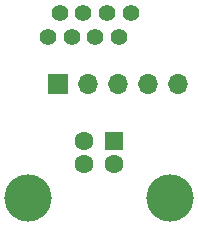
<source format=gbr>
G04 #@! TF.GenerationSoftware,KiCad,Pcbnew,(5.99.0-9812-gfee3c41c40)*
G04 #@! TF.CreationDate,2021-03-20T22:33:38-07:00*
G04 #@! TF.ProjectId,homebreakout,686f6d65-6272-4656-916b-6f75742e6b69,rev?*
G04 #@! TF.SameCoordinates,Original*
G04 #@! TF.FileFunction,Soldermask,Bot*
G04 #@! TF.FilePolarity,Negative*
%FSLAX46Y46*%
G04 Gerber Fmt 4.6, Leading zero omitted, Abs format (unit mm)*
G04 Created by KiCad (PCBNEW (5.99.0-9812-gfee3c41c40)) date 2021-03-20 22:33:38*
%MOMM*%
%LPD*%
G01*
G04 APERTURE LIST*
%ADD10R,1.700000X1.700000*%
%ADD11O,1.700000X1.700000*%
%ADD12C,1.397000*%
%ADD13R,1.600000X1.600000*%
%ADD14C,1.600000*%
%ADD15C,4.000000*%
G04 APERTURE END LIST*
D10*
X161163000Y-101600000D03*
D11*
X163703000Y-101600000D03*
X166243000Y-101600000D03*
X168783000Y-101600000D03*
X171323000Y-101600000D03*
D12*
X160274000Y-97663000D03*
X161274001Y-95662999D03*
X162274001Y-97663000D03*
X163274002Y-95662999D03*
X164274000Y-97663000D03*
X165274000Y-95662999D03*
X166274001Y-97663000D03*
X167274001Y-95662999D03*
D13*
X165862000Y-106426000D03*
D14*
X163362000Y-106426000D03*
X163362000Y-108426000D03*
X165862000Y-108426000D03*
D15*
X158612000Y-111286000D03*
X170612000Y-111286000D03*
M02*

</source>
